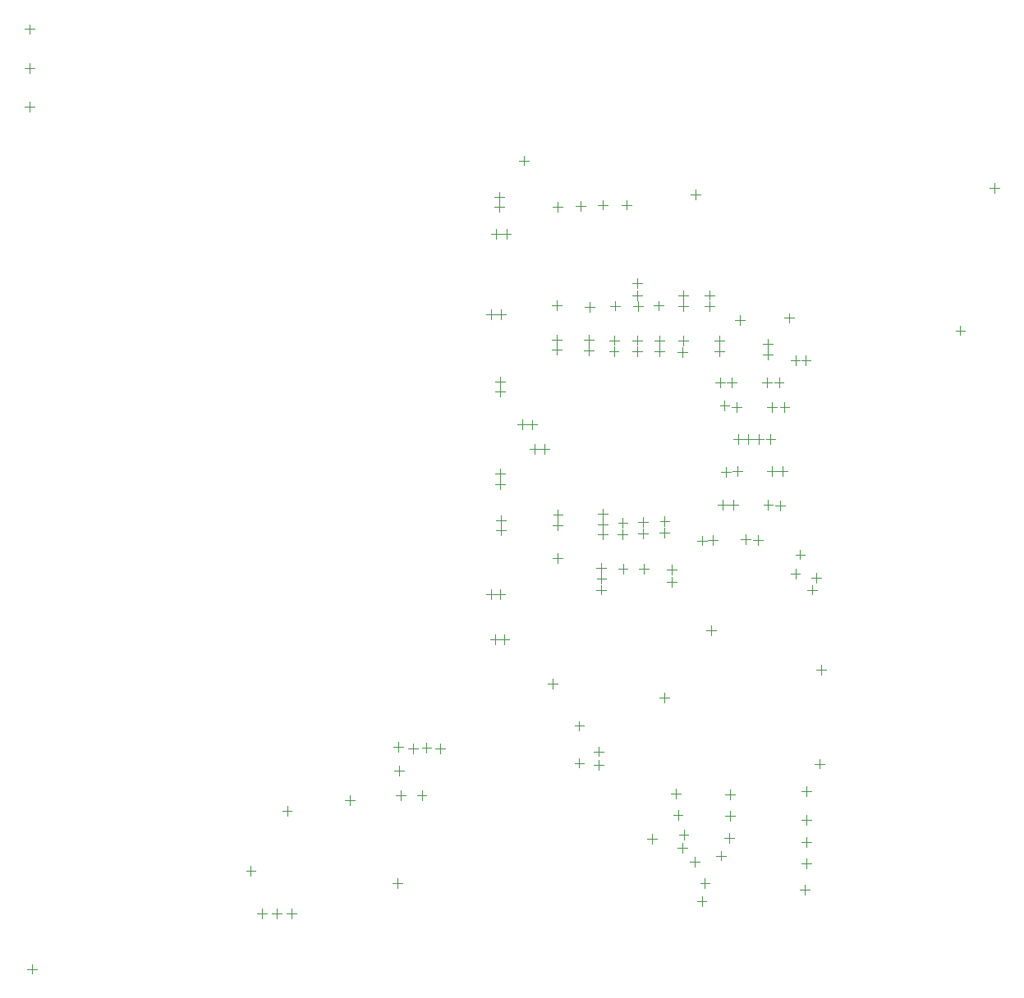
<source format=gbr>
G04*
G04 #@! TF.GenerationSoftware,Altium Limited,Altium Designer,23.7.1 (13)*
G04*
G04 Layer_Color=32768*
%FSLAX25Y25*%
%MOIN*%
G70*
G04*
G04 #@! TF.SameCoordinates,E44608C4-6370-4D0E-AFC6-BBC59DA78F3B*
G04*
G04*
G04 #@! TF.FilePolarity,Positive*
G04*
G01*
G75*
%ADD17C,0.00394*%
D17*
X297888Y-254748D02*
Y-250811D01*
X295920Y-252779D02*
X299857D01*
X66332Y-336562D02*
Y-332625D01*
X64363Y-334593D02*
X68300D01*
X352362Y-115066D02*
X356299D01*
X354331Y-117035D02*
Y-113098D01*
X167627Y-175315D02*
Y-171378D01*
X165658Y-173346D02*
X169595D01*
X167599Y-179417D02*
Y-175480D01*
X165631Y-177448D02*
X169568D01*
X167895Y-194199D02*
Y-190261D01*
X165926Y-192230D02*
X169863D01*
X167895Y-198166D02*
Y-194229D01*
X165926Y-196198D02*
X169863D01*
X161846Y-222342D02*
X165782D01*
X163814Y-224311D02*
Y-220374D01*
X165495Y-222342D02*
X169432D01*
X167464Y-224311D02*
Y-220374D01*
X163466Y-240506D02*
X167403D01*
X165434Y-242474D02*
Y-238537D01*
X167363Y-240506D02*
X171300D01*
X169332Y-242474D02*
Y-238537D01*
X167140Y-62795D02*
Y-58858D01*
X165171Y-60827D02*
X169108D01*
X167140Y-66959D02*
Y-63022D01*
X165171Y-64990D02*
X169108D01*
X163970Y-75945D02*
X167907D01*
X165939Y-77913D02*
Y-73976D01*
X168049Y-75971D02*
X171986D01*
X170018Y-77939D02*
Y-74002D01*
X161743Y-108465D02*
X165681D01*
X163712Y-110433D02*
Y-106496D01*
X165855Y-108436D02*
X169792D01*
X167823Y-110404D02*
Y-106467D01*
X167376Y-137789D02*
Y-133852D01*
X165407Y-135820D02*
X169344D01*
X167433Y-141798D02*
Y-137861D01*
X165464Y-139829D02*
X169401D01*
X200215Y-66437D02*
Y-62500D01*
X198247Y-64468D02*
X202184D01*
X368283Y-59073D02*
Y-55136D01*
X366314Y-57104D02*
X370251D01*
X287363Y-129140D02*
Y-125203D01*
X285394Y-127171D02*
X289331D01*
X291650Y-129140D02*
Y-125203D01*
X289681Y-127171D02*
X293618D01*
X258672Y-321339D02*
X262609D01*
X260641Y-323307D02*
Y-319370D01*
X258789Y-312352D02*
X262726D01*
X260757Y-314321D02*
Y-310384D01*
X258789Y-303536D02*
X262726D01*
X260757Y-305504D02*
Y-301567D01*
X239569Y-325117D02*
X243507D01*
X241538Y-327086D02*
Y-323149D01*
X240046Y-319914D02*
X243983D01*
X242014Y-321883D02*
Y-317946D01*
X246542Y-332944D02*
Y-329007D01*
X244573Y-330976D02*
X248510D01*
X234058Y-266315D02*
Y-262378D01*
X232089Y-264346D02*
X236026D01*
X177165Y-48031D02*
Y-44094D01*
X175197Y-46063D02*
X179134D01*
X207206Y-64075D02*
X211143D01*
X209174Y-66043D02*
Y-62106D01*
X188976Y-64843D02*
X192913D01*
X190945Y-66811D02*
Y-62874D01*
X244901Y-59941D02*
X248838D01*
X246870Y-61909D02*
Y-57972D01*
X216895Y-64075D02*
X220832D01*
X218864Y-66043D02*
Y-62106D01*
X125896Y-341598D02*
Y-337661D01*
X123927Y-339630D02*
X127865D01*
X239690Y-313890D02*
Y-309953D01*
X237721Y-311921D02*
X241658D01*
X295229Y-291055D02*
X299166D01*
X297197Y-293023D02*
Y-289086D01*
X141314Y-284962D02*
X145251D01*
X143282Y-286930D02*
Y-282993D01*
X135679Y-284666D02*
X139616D01*
X137648Y-286635D02*
Y-282698D01*
X130093Y-284772D02*
X134030D01*
X132062Y-286740D02*
Y-282803D01*
X124084Y-284264D02*
X128021D01*
X126053Y-286232D02*
Y-282295D01*
X253068Y-238891D02*
Y-234954D01*
X251099Y-236923D02*
X255036D01*
X197699Y-290748D02*
X201636D01*
X199668Y-292717D02*
Y-288780D01*
X207453Y-293473D02*
Y-289535D01*
X205485Y-291504D02*
X209422D01*
X197699Y-275689D02*
X201636D01*
X199668Y-277657D02*
Y-273720D01*
X207617Y-288021D02*
Y-284084D01*
X205649Y-286052D02*
X209586D01*
X238743Y-305212D02*
Y-301275D01*
X236774Y-303243D02*
X240711D01*
X257274Y-330366D02*
Y-326429D01*
X255305Y-328398D02*
X259242D01*
X291176Y-344205D02*
Y-340268D01*
X289207Y-342236D02*
X293144D01*
X291865Y-315858D02*
Y-311921D01*
X289896Y-313890D02*
X293833D01*
X291821Y-324913D02*
Y-320976D01*
X289852Y-322945D02*
X293789D01*
X291821Y-333575D02*
Y-329638D01*
X289852Y-331606D02*
X293789D01*
X250643Y-341534D02*
Y-337597D01*
X248674Y-339566D02*
X252611D01*
X247373Y-346993D02*
X251310D01*
X249341Y-348962D02*
Y-345025D01*
X289896Y-302259D02*
X293833D01*
X291865Y-304228D02*
Y-300291D01*
X275994Y-172099D02*
X279932D01*
X277963Y-174067D02*
Y-170130D01*
X280272Y-172099D02*
X284209D01*
X282241Y-174067D02*
Y-170130D01*
X257161Y-172433D02*
X261098D01*
X259129Y-174402D02*
Y-170465D01*
X261795Y-172228D02*
X265732D01*
X263763Y-174196D02*
Y-170259D01*
X183661Y-163287D02*
X187598D01*
X185630Y-165256D02*
Y-161319D01*
X178661Y-153368D02*
X182598D01*
X180630Y-155336D02*
Y-151400D01*
X174522Y-153228D02*
X178459D01*
X176491Y-155197D02*
Y-151260D01*
X179406Y-163204D02*
X183343D01*
X181374Y-165172D02*
Y-161235D01*
X223039Y-125602D02*
Y-121665D01*
X221071Y-123633D02*
X225008D01*
X223176Y-121020D02*
Y-117083D01*
X221208Y-119052D02*
X225145D01*
X209225Y-191596D02*
Y-187659D01*
X207257Y-189627D02*
X211194D01*
X209247Y-195773D02*
Y-191836D01*
X207278Y-193805D02*
X211215D01*
X209138Y-199913D02*
Y-195976D01*
X207170Y-197945D02*
X211107D01*
X223388Y-107198D02*
Y-103261D01*
X221420Y-105230D02*
X225357D01*
X223286Y-97922D02*
Y-93985D01*
X221317Y-95954D02*
X225254D01*
X223286Y-102987D02*
Y-99050D01*
X221317Y-101019D02*
X225254D01*
X208520Y-222378D02*
Y-218441D01*
X206551Y-220409D02*
X210488D01*
X208669Y-217825D02*
Y-213888D01*
X206700Y-215857D02*
X210637D01*
X208519Y-213497D02*
Y-209560D01*
X206551Y-211528D02*
X210488D01*
X279241Y-186084D02*
X283178D01*
X281209Y-188052D02*
Y-184115D01*
X274369Y-185836D02*
X278306D01*
X276337Y-187805D02*
Y-183868D01*
X217311Y-195066D02*
Y-191129D01*
X215342Y-193098D02*
X219279D01*
X217183Y-199913D02*
Y-195976D01*
X215214Y-197944D02*
X219151D01*
X255898Y-185837D02*
X259835D01*
X257867Y-187805D02*
Y-183868D01*
X260157Y-185837D02*
X264094D01*
X262126Y-187805D02*
Y-183868D01*
X217361Y-213891D02*
Y-209954D01*
X215393Y-211922D02*
X219330D01*
X262135Y-159265D02*
X266072D01*
X264103Y-161234D02*
Y-157297D01*
X266260Y-159322D02*
X270197D01*
X268228Y-161291D02*
Y-157354D01*
X270407Y-159222D02*
X274344D01*
X272376Y-161190D02*
Y-157253D01*
X275353Y-159222D02*
X279290D01*
X277321Y-161190D02*
Y-157253D01*
X213690Y-125483D02*
Y-121546D01*
X211721Y-123515D02*
X215659D01*
X213811Y-121020D02*
Y-117083D01*
X211842Y-119052D02*
X215780D01*
X214090Y-107046D02*
Y-103109D01*
X212121Y-105077D02*
X216058D01*
X232069Y-125602D02*
Y-121665D01*
X230101Y-123633D02*
X234038D01*
X232069Y-121064D02*
Y-117127D01*
X230101Y-119095D02*
X234038D01*
X231921Y-107002D02*
Y-103065D01*
X229952Y-105034D02*
X233889D01*
X270144Y-200160D02*
X274081D01*
X272113Y-202128D02*
Y-198191D01*
X265319Y-199989D02*
X269257D01*
X267288Y-201957D02*
Y-198020D01*
X247505Y-200412D02*
X251442D01*
X249473Y-202381D02*
Y-198444D01*
X251891Y-200242D02*
X255828D01*
X253859Y-202210D02*
Y-198273D01*
X241881Y-102816D02*
Y-98879D01*
X239913Y-100848D02*
X243850D01*
X241881Y-107198D02*
Y-103261D01*
X239913Y-105230D02*
X243850D01*
X241586Y-125881D02*
Y-121944D01*
X239617Y-123913D02*
X243555D01*
X241881Y-121064D02*
Y-117127D01*
X239913Y-119095D02*
X243850D01*
X225495Y-194761D02*
Y-190824D01*
X223527Y-192793D02*
X227464D01*
X225521Y-199495D02*
Y-195558D01*
X223553Y-197527D02*
X227490D01*
X225734Y-213934D02*
Y-209997D01*
X223765Y-211966D02*
X227702D01*
X190995Y-191757D02*
Y-187820D01*
X189026Y-189789D02*
X192964D01*
X190945Y-196187D02*
Y-192250D01*
X188976Y-194219D02*
X192913D01*
X190775Y-209530D02*
Y-205593D01*
X188807Y-207562D02*
X192744D01*
X237304Y-219064D02*
Y-215127D01*
X235336Y-217095D02*
X239273D01*
X237304Y-214208D02*
Y-210271D01*
X235336Y-212240D02*
X239273D01*
X234327Y-194572D02*
Y-190635D01*
X232359Y-192604D02*
X236296D01*
X234204Y-199176D02*
Y-195239D01*
X232235Y-197207D02*
X236172D01*
X252421Y-102698D02*
Y-98761D01*
X250452Y-100729D02*
X254389D01*
X252445Y-107249D02*
Y-103312D01*
X250476Y-105281D02*
X254413D01*
X256625Y-125399D02*
Y-121462D01*
X254656Y-123430D02*
X258593D01*
X256545Y-121158D02*
Y-117221D01*
X254577Y-119190D02*
X258514D01*
X203543Y-125285D02*
Y-121348D01*
X201574Y-123317D02*
X205511D01*
X203596Y-120977D02*
Y-117040D01*
X201627Y-119008D02*
X205564D01*
X203918Y-107610D02*
Y-103673D01*
X201950Y-105642D02*
X205887D01*
X278717Y-136217D02*
X282654D01*
X280686Y-138186D02*
Y-134249D01*
X273946Y-136217D02*
X277883D01*
X275915Y-138186D02*
Y-134249D01*
X262820Y-110859D02*
X266757D01*
X264789Y-112827D02*
Y-108890D01*
X282962Y-110025D02*
X286899D01*
X284931Y-111994D02*
Y-108057D01*
X190415Y-124988D02*
Y-121051D01*
X188447Y-123019D02*
X192384D01*
X190416Y-120777D02*
Y-116840D01*
X188447Y-118808D02*
X192384D01*
X254850Y-136149D02*
X258787D01*
X256818Y-138117D02*
Y-134180D01*
X259640Y-136149D02*
X263577D01*
X261609Y-138117D02*
Y-134180D01*
X190416Y-106788D02*
Y-102851D01*
X188447Y-104819D02*
X192384D01*
X276212Y-122502D02*
Y-118565D01*
X274243Y-120533D02*
X278180D01*
X276038Y-126837D02*
Y-122900D01*
X274069Y-124868D02*
X278006D01*
X285385Y-213936D02*
X289322D01*
X287354Y-215904D02*
Y-211967D01*
X289322Y-208030D02*
Y-204093D01*
X287354Y-206062D02*
X291291D01*
X281027Y-146085D02*
X284964D01*
X282996Y-148054D02*
Y-144117D01*
X275957Y-146085D02*
X279894D01*
X277926Y-148054D02*
Y-144117D01*
X256673Y-145549D02*
X260610D01*
X258642Y-147518D02*
Y-143581D01*
X261625Y-146127D02*
X265562D01*
X263594Y-148096D02*
Y-144159D01*
X295726Y-217643D02*
Y-213706D01*
X293758Y-215675D02*
X297695D01*
X294260Y-222360D02*
Y-218423D01*
X292291Y-220391D02*
X296228D01*
X80829Y-351944D02*
X84766D01*
X82798Y-353913D02*
Y-349976D01*
X74916Y-351944D02*
X78853D01*
X76884Y-353913D02*
Y-349976D01*
X79045Y-310322D02*
X82982D01*
X81014Y-312291D02*
Y-308354D01*
X68863Y-351944D02*
X72800D01*
X70832Y-353913D02*
Y-349976D01*
X106556Y-307972D02*
Y-304035D01*
X104588Y-306003D02*
X108525D01*
X227233Y-321554D02*
X231170D01*
X229202Y-323523D02*
Y-319586D01*
X125122Y-303952D02*
X129059D01*
X127091Y-305921D02*
Y-301984D01*
X133715Y-303996D02*
X137653D01*
X135684Y-305965D02*
Y-302028D01*
X126479Y-295941D02*
Y-292004D01*
X124510Y-293972D02*
X128447D01*
X188803Y-260492D02*
Y-256555D01*
X186835Y-258523D02*
X190772D01*
X-25394Y7283D02*
X-21457D01*
X-23425Y5315D02*
Y9252D01*
X-25394Y-8465D02*
X-21457D01*
X-23425Y-10433D02*
Y-6496D01*
X-24436Y-374399D02*
X-20499D01*
X-22467Y-376368D02*
Y-372431D01*
X-25394Y-24213D02*
X-21457D01*
X-23425Y-26181D02*
Y-22244D01*
M02*

</source>
